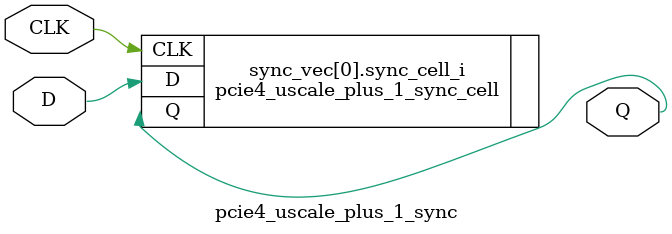
<source format=v>

`timescale 1ps / 1ps

(* DowngradeIPIdentifiedWarnings = "yes" *)
module pcie4_uscale_plus_1_sync #
(
    parameter integer WIDTH = 1, 
    parameter integer STAGE = 3
)
(
    //-------------------------------------------------------------------------- 
    //  Input Ports
    //-------------------------------------------------------------------------- 
    input                               CLK,
    input       [WIDTH-1:0]             D,
    
    //-------------------------------------------------------------------------- 
    //  Output Ports
    //-------------------------------------------------------------------------- 
    output      [WIDTH-1:0]             Q
);                                                        



//--------------------------------------------------------------------------------------------------
//  Generate Synchronizer - Begin
//--------------------------------------------------------------------------------------------------
genvar i;

generate for (i=0; i<WIDTH; i=i+1) 

    begin : sync_vec

    //----------------------------------------------------------------------
    //  Synchronizer
    //----------------------------------------------------------------------
    pcie4_uscale_plus_1_sync_cell #
    (
        .STAGE                          (STAGE)
    )    
    sync_cell_i
    (
        //------------------------------------------------------------------
        //  Input Ports
        //------------------------------------------------------------------
        .CLK                            (CLK),
        .D                              (D[i]),

        //------------------------------------------------------------------
        //  Output Ports
        //------------------------------------------------------------------
        .Q                              (Q[i])
    );
 
    end   
      
endgenerate 
//--------------------------------------------------------------------------------------------------
//  Generate - End
//--------------------------------------------------------------------------------------------------



endmodule

</source>
